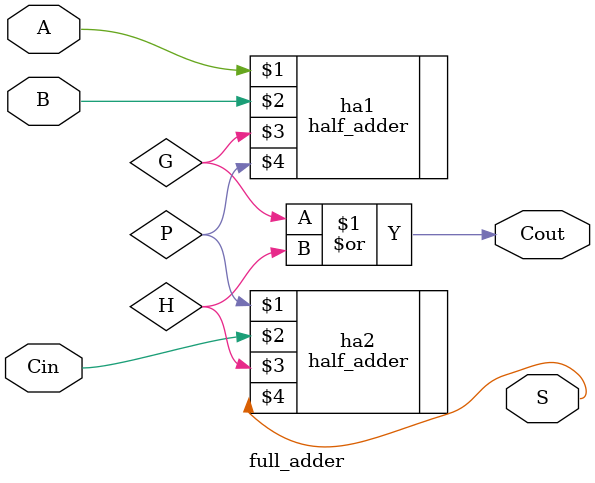
<source format=v>
`timescale 1ns / 1ns

module full_adder(
    input A,
    input B,
    input Cin,
    output Cout,
    output S
    );

  wire P,G,H;
  half_adder  ha1(A,B,G,P);
  half_adder  ha2(P,Cin,H,S);
  or (Cout,G,H);
endmodule

</source>
